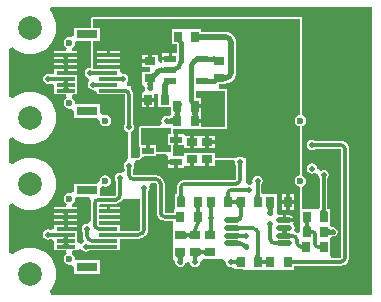
<source format=gtl>
G04*
G04 #@! TF.GenerationSoftware,Altium Limited,Altium Designer,18.1.7 (191)*
G04*
G04 Layer_Physical_Order=1*
G04 Layer_Color=255*
%FSLAX24Y24*%
%MOIN*%
G70*
G01*
G75*
%ADD24C,0.0236*%
%ADD26C,0.0150*%
%ADD27C,0.0120*%
%ADD28C,0.0200*%
%ADD29R,0.0264X0.0354*%
%ADD30R,0.0276X0.0374*%
%ADD31R,0.0709X0.0315*%
%ADD32R,0.0630X0.0118*%
%ADD33R,0.0354X0.0264*%
%ADD34R,0.0374X0.0276*%
%ADD35R,0.0413X0.0236*%
%ADD36O,0.0531X0.0197*%
%ADD37R,0.0394X0.0236*%
%ADD38C,0.0787*%
%ADD39C,0.0200*%
G36*
X20800Y10850D02*
X10100D01*
X10049Y10970D01*
X10127Y11064D01*
X10208Y11215D01*
X10257Y11379D01*
X10274Y11550D01*
X10257Y11721D01*
X10208Y11885D01*
X10127Y12036D01*
X10018Y12168D01*
X9886Y12277D01*
X9735Y12358D01*
X9571Y12407D01*
X9400Y12424D01*
X9229Y12407D01*
X9065Y12358D01*
X8914Y12277D01*
X8820Y12199D01*
X8700Y12250D01*
Y13850D01*
X8820Y13901D01*
X8914Y13823D01*
X9065Y13742D01*
X9229Y13693D01*
X9400Y13676D01*
X9571Y13693D01*
X9735Y13742D01*
X9886Y13823D01*
X10018Y13932D01*
X10127Y14064D01*
X10208Y14215D01*
X10257Y14379D01*
X10274Y14550D01*
X10257Y14721D01*
X10208Y14885D01*
X10127Y15036D01*
X10018Y15168D01*
X9886Y15277D01*
X9735Y15358D01*
X9571Y15407D01*
X9400Y15424D01*
X9229Y15407D01*
X9065Y15358D01*
X8914Y15277D01*
X8820Y15199D01*
X8700Y15250D01*
Y16050D01*
X8820Y16101D01*
X8914Y16023D01*
X9065Y15942D01*
X9229Y15893D01*
X9400Y15876D01*
X9571Y15893D01*
X9735Y15942D01*
X9886Y16023D01*
X10018Y16132D01*
X10127Y16264D01*
X10208Y16415D01*
X10257Y16579D01*
X10274Y16750D01*
X10257Y16921D01*
X10208Y17085D01*
X10127Y17236D01*
X10018Y17368D01*
X9886Y17477D01*
X9735Y17558D01*
X9571Y17607D01*
X9400Y17624D01*
X9229Y17607D01*
X9065Y17558D01*
X8914Y17477D01*
X8820Y17399D01*
X8700Y17450D01*
Y19050D01*
X8820Y19101D01*
X8914Y19023D01*
X9065Y18942D01*
X9229Y18893D01*
X9400Y18876D01*
X9571Y18893D01*
X9735Y18942D01*
X9886Y19023D01*
X10018Y19132D01*
X10127Y19264D01*
X10208Y19415D01*
X10257Y19579D01*
X10274Y19750D01*
X10257Y19921D01*
X10208Y20085D01*
X10127Y20236D01*
X10049Y20330D01*
X10100Y20450D01*
X20800D01*
Y10850D01*
D02*
G37*
%LPC*%
G36*
X18400Y20121D02*
X11500D01*
X11473Y20116D01*
X11450Y20100D01*
X11434Y20077D01*
X11429Y20050D01*
Y19757D01*
X10876D01*
Y19513D01*
X10843Y19485D01*
X10756Y19437D01*
X10709Y19446D01*
X10636Y19431D01*
X10574Y19390D01*
X10532Y19327D01*
X10518Y19254D01*
X10532Y19181D01*
X10574Y19118D01*
X10615Y19091D01*
X10592Y18978D01*
X10590Y18973D01*
X10574Y18970D01*
X10206D01*
Y18901D01*
X10591D01*
X10976D01*
Y18970D01*
X10822D01*
X10810Y19004D01*
X10802Y19090D01*
X10845Y19118D01*
X10887Y19181D01*
X10897Y19233D01*
X10901Y19254D01*
X10941Y19302D01*
X10981D01*
X11429D01*
Y18447D01*
X11400Y18423D01*
X11334Y18410D01*
X11277Y18373D01*
X11240Y18316D01*
X11227Y18250D01*
X11240Y18184D01*
X11277Y18127D01*
X11334Y18090D01*
X11348Y18053D01*
X11366Y17961D01*
X11340Y17923D01*
X11327Y17856D01*
X11340Y17790D01*
X11377Y17734D01*
X11434Y17696D01*
X11500Y17683D01*
X11504Y17684D01*
X11618Y17605D01*
X11624Y17595D01*
Y17530D01*
X11991D01*
X12009Y17527D01*
X12550D01*
Y17526D01*
X12561Y17521D01*
X12566Y17509D01*
X12567D01*
Y16560D01*
X12567Y16557D01*
X12540Y16516D01*
X12527Y16450D01*
X12540Y16384D01*
X12577Y16327D01*
X12634Y16290D01*
X12679Y16281D01*
Y15400D01*
X12634Y15310D01*
X12577Y15273D01*
X12540Y15216D01*
X12527Y15150D01*
X12540Y15084D01*
X12567Y15043D01*
X12567Y15035D01*
Y14987D01*
X12510Y14943D01*
X12447Y14914D01*
X12400Y14923D01*
X12334Y14910D01*
X12277Y14873D01*
X12240Y14816D01*
X12227Y14750D01*
X12240Y14684D01*
X12267Y14643D01*
X12267Y14635D01*
Y14175D01*
X12266D01*
X12261Y14164D01*
X12250Y14159D01*
Y14158D01*
X11724D01*
Y14399D01*
X11833Y14467D01*
X11844Y14467D01*
X11909Y14454D01*
X11983Y14469D01*
X12045Y14510D01*
X12087Y14573D01*
X12101Y14646D01*
X12087Y14719D01*
X12045Y14782D01*
X11983Y14823D01*
X11909Y14838D01*
X11836Y14823D01*
X11774Y14782D01*
X11732Y14719D01*
X11724Y14677D01*
X11718Y14646D01*
X11613Y14557D01*
X10876D01*
Y14313D01*
X10843Y14285D01*
X10756Y14237D01*
X10709Y14246D01*
X10636Y14231D01*
X10574Y14190D01*
X10532Y14127D01*
X10518Y14054D01*
X10532Y13981D01*
X10574Y13918D01*
X10615Y13891D01*
X10592Y13778D01*
X10590Y13773D01*
X10574Y13770D01*
X10206D01*
Y13701D01*
X10591D01*
X10976D01*
Y13770D01*
X10822D01*
X10810Y13804D01*
X10802Y13890D01*
X10845Y13918D01*
X10887Y13981D01*
X10897Y14033D01*
X10901Y14054D01*
X10941Y14102D01*
X10981D01*
X11370D01*
X11398Y14074D01*
X11441Y13982D01*
X11427Y13948D01*
X11418Y13877D01*
X11417Y13875D01*
Y13313D01*
X11415Y13307D01*
X11300Y13223D01*
X11234Y13210D01*
X11177Y13173D01*
X11140Y13116D01*
X11127Y13050D01*
X11140Y12984D01*
X11167Y12943D01*
X11167Y12935D01*
Y12806D01*
X11168Y12804D01*
X11177Y12733D01*
X11182Y12641D01*
X11127Y12582D01*
X11094Y12532D01*
X11086Y12532D01*
X10976Y12596D01*
Y12921D01*
Y12990D01*
X10591D01*
Y13069D01*
X10531D01*
X10531Y13092D01*
X10529Y13107D01*
X10471D01*
X10483Y13108D01*
X10493Y13111D01*
X10502Y13118D01*
X10510Y13126D01*
X10516Y13137D01*
X10521Y13148D01*
X10516Y13160D01*
X10510Y13171D01*
X10502Y13179D01*
X10493Y13185D01*
X10489Y13187D01*
X10206D01*
Y13059D01*
X10175Y13034D01*
X10086Y13003D01*
X10066Y13017D01*
X10000Y13030D01*
X9934Y13017D01*
X9877Y12979D01*
X9840Y12923D01*
X9827Y12857D01*
X9840Y12790D01*
X9877Y12734D01*
X9934Y12697D01*
X10000Y12683D01*
X10066Y12697D01*
X10086Y12710D01*
X10148Y12693D01*
X10206Y12659D01*
Y12330D01*
X10574D01*
X10590Y12327D01*
X10592Y12322D01*
X10615Y12209D01*
X10574Y12182D01*
X10532Y12119D01*
X10518Y12046D01*
X10532Y11973D01*
X10574Y11910D01*
X10636Y11869D01*
X10709Y11854D01*
X10756Y11863D01*
X10843Y11815D01*
X10876Y11787D01*
Y11543D01*
X11724D01*
Y11998D01*
X10941D01*
X10901Y12046D01*
X10897Y12067D01*
X10887Y12119D01*
X10845Y12182D01*
X10802Y12210D01*
X10810Y12296D01*
X10822Y12330D01*
X10976D01*
Y12330D01*
X11088Y12384D01*
X11096Y12383D01*
X11127Y12337D01*
X11184Y12299D01*
X11250Y12286D01*
X11316Y12299D01*
X11357Y12326D01*
X11365Y12327D01*
X12009D01*
X12026Y12330D01*
X12394D01*
Y12721D01*
X13009D01*
Y12720D01*
X13095Y12732D01*
X13120Y12742D01*
X13175Y12765D01*
X13244Y12818D01*
X13297Y12887D01*
X13320Y12942D01*
X13330Y12967D01*
X13342Y13053D01*
X13341D01*
Y14290D01*
X13341Y14293D01*
X13369Y14334D01*
X13382Y14400D01*
X13373Y14447D01*
X13402Y14510D01*
X13446Y14567D01*
X13600D01*
Y14566D01*
X13611Y14561D01*
X13616Y14550D01*
X13617D01*
Y13600D01*
X13618Y13598D01*
X13627Y13527D01*
X13655Y13459D01*
X13700Y13400D01*
X13759Y13355D01*
X13827Y13327D01*
X13898Y13318D01*
X13900Y13317D01*
X14156D01*
Y13032D01*
X14156Y12052D01*
X14156D01*
X14230Y11950D01*
X14243Y11884D01*
X14281Y11827D01*
X14337Y11790D01*
X14403Y11777D01*
X14469Y11790D01*
X14526Y11827D01*
X14563Y11884D01*
X14572Y11926D01*
X14652Y11955D01*
X14731Y11926D01*
X14740Y11884D01*
X14777Y11827D01*
X14834Y11790D01*
X14900Y11777D01*
X14966Y11790D01*
X15023Y11827D01*
X15060Y11884D01*
X15073Y11950D01*
X15170Y12052D01*
X15830D01*
X15927Y11950D01*
X15940Y11884D01*
X15977Y11827D01*
X16034Y11790D01*
X16100Y11777D01*
X16218Y11703D01*
Y11703D01*
X16500D01*
Y11693D01*
X17663Y11693D01*
X17783Y11693D01*
X17885Y11693D01*
X18198D01*
Y11814D01*
X18200Y11815D01*
X18212Y11817D01*
X18220Y11817D01*
X19750D01*
X19752Y11818D01*
X19823Y11827D01*
X19891Y11855D01*
X19950Y11900D01*
X19995Y11959D01*
X20023Y12027D01*
X20032Y12098D01*
X20033Y12100D01*
Y15697D01*
X20032Y15699D01*
X20023Y15770D01*
X19995Y15838D01*
X19950Y15897D01*
X19891Y15941D01*
X19823Y15970D01*
X19752Y15979D01*
X19750Y15979D01*
X18910D01*
X18907Y15980D01*
X18866Y16007D01*
X18800Y16020D01*
X18734Y16007D01*
X18677Y15969D01*
X18640Y15913D01*
X18627Y15847D01*
X18640Y15781D01*
X18677Y15724D01*
X18734Y15687D01*
X18800Y15674D01*
X18866Y15687D01*
X18907Y15714D01*
X18915Y15714D01*
X19750D01*
Y15713D01*
X19761Y15708D01*
X19766Y15697D01*
X19767D01*
Y12100D01*
X19766D01*
X19761Y12089D01*
X19750Y12084D01*
Y12083D01*
X19419D01*
X19398Y12194D01*
X19398Y12203D01*
Y12708D01*
X19460Y12802D01*
X19500D01*
X19557Y12813D01*
X19605Y12845D01*
X19637Y12893D01*
X19648Y12950D01*
X19637Y13007D01*
X19605Y13055D01*
X19557Y13087D01*
X19500Y13098D01*
X19427D01*
X19419Y13099D01*
X19386Y13193D01*
X19384Y13198D01*
X19383Y13210D01*
X19382Y13216D01*
X19382Y13315D01*
Y13698D01*
X19316D01*
X19316Y13700D01*
X19314Y13712D01*
X19313Y13720D01*
Y14740D01*
X19313Y14743D01*
X19341Y14784D01*
X19354Y14850D01*
X19341Y14916D01*
X19303Y14973D01*
X19247Y15010D01*
X19181Y15023D01*
X19114Y15010D01*
X19082Y14988D01*
X18993Y15029D01*
X18971Y15048D01*
X18973Y15059D01*
X18960Y15126D01*
X18923Y15182D01*
X18866Y15220D01*
X18800Y15233D01*
X18734Y15220D01*
X18677Y15182D01*
X18640Y15126D01*
X18627Y15059D01*
X18640Y14993D01*
X18677Y14937D01*
X18734Y14899D01*
X18800Y14886D01*
X18866Y14899D01*
X18899Y14921D01*
X18987Y14881D01*
X19009Y14862D01*
X19007Y14850D01*
X19020Y14784D01*
X19047Y14743D01*
X19048Y14735D01*
Y13789D01*
X18986Y13708D01*
X18940Y13699D01*
X18821Y13698D01*
Y13698D01*
X18471D01*
Y14456D01*
X18483Y14469D01*
X18545Y14510D01*
X18587Y14573D01*
X18601Y14646D01*
X18587Y14719D01*
X18545Y14782D01*
X18483Y14823D01*
X18471Y14836D01*
Y16464D01*
X18483Y16477D01*
X18545Y16518D01*
X18587Y16581D01*
X18601Y16654D01*
X18587Y16727D01*
X18545Y16790D01*
X18483Y16831D01*
X18471Y16844D01*
Y20050D01*
X18466Y20077D01*
X18450Y20100D01*
X18427Y20116D01*
X18400Y20121D01*
D02*
G37*
G36*
X10976Y18781D02*
X10694D01*
X10690Y18779D01*
X10681Y18773D01*
X10673Y18765D01*
X10666Y18754D01*
X10662Y18742D01*
X10666Y18731D01*
X10673Y18720D01*
X10681Y18711D01*
X10690Y18705D01*
X10694Y18704D01*
X10976D01*
Y18781D01*
D02*
G37*
G36*
X10489D02*
X10206D01*
Y18712D01*
Y18704D01*
X10489D01*
X10493Y18705D01*
X10502Y18711D01*
X10510Y18720D01*
X10516Y18731D01*
X10521Y18742D01*
X10516Y18754D01*
X10510Y18765D01*
X10502Y18773D01*
X10493Y18779D01*
X10489Y18781D01*
D02*
G37*
G36*
X10976Y18584D02*
X10694D01*
X10690Y18582D01*
X10681Y18576D01*
X10673Y18568D01*
X10666Y18557D01*
X10662Y18545D01*
X10666Y18534D01*
X10673Y18523D01*
X10681Y18514D01*
X10690Y18508D01*
X10694Y18507D01*
X10976D01*
Y18515D01*
Y18584D01*
D02*
G37*
G36*
X10489D02*
X10206D01*
Y18507D01*
X10489D01*
X10493Y18508D01*
X10502Y18514D01*
X10510Y18523D01*
X10516Y18534D01*
X10521Y18545D01*
X10516Y18557D01*
X10510Y18568D01*
X10502Y18576D01*
X10493Y18582D01*
X10489Y18584D01*
D02*
G37*
G36*
X10976Y18387D02*
X10694D01*
X10690Y18385D01*
X10681Y18379D01*
X10673Y18371D01*
X10666Y18360D01*
X10662Y18348D01*
X10666Y18337D01*
X10673Y18326D01*
X10681Y18318D01*
X10690Y18312D01*
X10694Y18310D01*
X10976D01*
Y18387D01*
D02*
G37*
G36*
X10489D02*
X10206D01*
Y18248D01*
X10166Y18223D01*
X10086Y18199D01*
X10070Y18210D01*
X10004Y18223D01*
X9937Y18210D01*
X9881Y18173D01*
X9843Y18116D01*
X9830Y18050D01*
X9843Y17984D01*
X9881Y17927D01*
X9937Y17890D01*
X10004Y17877D01*
X10070Y17890D01*
X10086Y17901D01*
X10171Y17870D01*
X10206Y17839D01*
Y17530D01*
X10574D01*
X10590Y17527D01*
X10592Y17522D01*
X10615Y17409D01*
X10574Y17382D01*
X10532Y17319D01*
X10518Y17246D01*
X10532Y17173D01*
X10574Y17110D01*
X10636Y17069D01*
X10709Y17054D01*
X10756Y17063D01*
X10843Y17015D01*
X10876Y16987D01*
Y16743D01*
X11613D01*
X11718Y16654D01*
X11732Y16581D01*
X11774Y16518D01*
X11836Y16477D01*
X11909Y16462D01*
X11983Y16477D01*
X12045Y16518D01*
X12087Y16581D01*
X12101Y16654D01*
X12087Y16727D01*
X12045Y16790D01*
X11983Y16831D01*
X11909Y16846D01*
X11844Y16833D01*
X11833Y16833D01*
X11724Y16901D01*
Y17198D01*
X10941D01*
X10901Y17246D01*
X10897Y17267D01*
X10887Y17319D01*
X10845Y17382D01*
X10802Y17410D01*
X10810Y17496D01*
X10822Y17530D01*
X10976D01*
Y17727D01*
Y18121D01*
Y18190D01*
X10591D01*
Y18269D01*
X10531D01*
X10531Y18292D01*
X10529Y18307D01*
X10471D01*
X10483Y18308D01*
X10493Y18312D01*
X10502Y18318D01*
X10510Y18326D01*
X10516Y18337D01*
X10521Y18348D01*
X10516Y18360D01*
X10510Y18371D01*
X10502Y18379D01*
X10493Y18385D01*
X10489Y18387D01*
D02*
G37*
G36*
X10976Y13581D02*
X10694D01*
X10690Y13579D01*
X10681Y13573D01*
X10673Y13565D01*
X10666Y13554D01*
X10662Y13542D01*
X10666Y13531D01*
X10673Y13520D01*
X10681Y13511D01*
X10690Y13505D01*
X10694Y13504D01*
X10976D01*
Y13581D01*
D02*
G37*
G36*
X10489D02*
X10206D01*
Y13512D01*
Y13504D01*
X10489D01*
X10493Y13505D01*
X10502Y13511D01*
X10510Y13520D01*
X10516Y13531D01*
X10521Y13542D01*
X10516Y13554D01*
X10510Y13565D01*
X10502Y13573D01*
X10493Y13579D01*
X10489Y13581D01*
D02*
G37*
G36*
X10976Y13384D02*
X10694D01*
X10690Y13382D01*
X10681Y13376D01*
X10673Y13368D01*
X10666Y13357D01*
X10662Y13345D01*
X10666Y13334D01*
X10673Y13323D01*
X10681Y13314D01*
X10690Y13308D01*
X10694Y13307D01*
X10976D01*
Y13315D01*
Y13384D01*
D02*
G37*
G36*
X10489D02*
X10206D01*
Y13307D01*
X10489D01*
X10493Y13308D01*
X10502Y13314D01*
X10510Y13323D01*
X10516Y13334D01*
X10521Y13345D01*
X10516Y13357D01*
X10510Y13368D01*
X10502Y13376D01*
X10493Y13382D01*
X10489Y13384D01*
D02*
G37*
G36*
X10976Y13187D02*
X10694D01*
X10690Y13185D01*
X10681Y13179D01*
X10673Y13171D01*
X10666Y13160D01*
X10662Y13148D01*
X10666Y13137D01*
X10673Y13126D01*
X10681Y13118D01*
X10690Y13111D01*
X10694Y13110D01*
X10976D01*
Y13187D01*
D02*
G37*
%LPD*%
G36*
X11474Y18318D02*
X11477Y18316D01*
X11482Y18315D01*
X11487Y18314D01*
X11493Y18312D01*
X11509Y18311D01*
X11529Y18310D01*
X11540Y18310D01*
Y18190D01*
X11529Y18190D01*
X11493Y18188D01*
X11487Y18186D01*
X11482Y18185D01*
X11477Y18184D01*
X11474Y18182D01*
X11471Y18180D01*
Y18320D01*
X11474Y18318D01*
D02*
G37*
G36*
X12429Y17983D02*
X12426Y17985D01*
X12423Y17987D01*
X12418Y17988D01*
X12413Y17990D01*
X12407Y17991D01*
X12391Y17992D01*
X12371Y17993D01*
X12360Y17993D01*
Y18113D01*
X12371Y18113D01*
X12407Y18116D01*
X12413Y18117D01*
X12418Y18118D01*
X12423Y18120D01*
X12426Y18121D01*
X12429Y18123D01*
Y17983D01*
D02*
G37*
G36*
X11574Y17924D02*
X11577Y17923D01*
X11582Y17921D01*
X11587Y17920D01*
X11593Y17919D01*
X11609Y17917D01*
X11629Y17916D01*
X11640Y17916D01*
Y17796D01*
X11629Y17796D01*
X11593Y17794D01*
X11587Y17793D01*
X11582Y17791D01*
X11577Y17790D01*
X11574Y17788D01*
X11571Y17786D01*
Y17926D01*
X11574Y17924D01*
D02*
G37*
G36*
X13536Y17923D02*
X13523Y17918D01*
X13512Y17911D01*
X13502Y17900D01*
X13494Y17886D01*
X13487Y17870D01*
X13482Y17850D01*
X13478Y17827D01*
X13476Y17802D01*
X13475Y17773D01*
X13325D01*
X13324Y17802D01*
X13322Y17827D01*
X13318Y17850D01*
X13313Y17870D01*
X13306Y17886D01*
X13298Y17900D01*
X13288Y17911D01*
X13277Y17918D01*
X13264Y17923D01*
X13250Y17924D01*
X13550D01*
X13536Y17923D01*
D02*
G37*
G36*
X14966Y16964D02*
X15027D01*
X15015Y16963D01*
X15005Y16958D01*
X14996Y16951D01*
X14988Y16940D01*
X14981Y16927D01*
X14975Y16910D01*
X14973Y16900D01*
X14975Y16890D01*
X14981Y16873D01*
X14988Y16860D01*
X14996Y16849D01*
X15005Y16842D01*
X15015Y16837D01*
X15027Y16836D01*
X14966D01*
X14965Y16814D01*
X14815D01*
X14815Y16836D01*
X14754D01*
X14765Y16837D01*
X14776Y16842D01*
X14785Y16849D01*
X14793Y16860D01*
X14800Y16873D01*
X14806Y16890D01*
X14808Y16900D01*
X14806Y16910D01*
X14800Y16927D01*
X14793Y16940D01*
X14785Y16951D01*
X14776Y16958D01*
X14765Y16963D01*
X14754Y16964D01*
X14815D01*
X14815Y16986D01*
X14965D01*
X14966Y16964D01*
D02*
G37*
G36*
X14385D02*
X14446D01*
X14435Y16963D01*
X14424Y16958D01*
X14415Y16951D01*
X14407Y16940D01*
X14400Y16927D01*
X14394Y16910D01*
X14392Y16900D01*
X14394Y16890D01*
X14400Y16873D01*
X14407Y16860D01*
X14415Y16849D01*
X14424Y16842D01*
X14435Y16837D01*
X14446Y16836D01*
X14385D01*
X14385Y16814D01*
X14235D01*
X14234Y16836D01*
X14173D01*
X14185Y16837D01*
X14195Y16842D01*
X14204Y16849D01*
X14212Y16860D01*
X14219Y16873D01*
X14225Y16890D01*
X14227Y16900D01*
X14225Y16910D01*
X14219Y16927D01*
X14212Y16940D01*
X14204Y16951D01*
X14195Y16958D01*
X14185Y16963D01*
X14173Y16964D01*
X14234D01*
X14235Y16986D01*
X14385D01*
X14385Y16964D01*
D02*
G37*
G36*
X12760Y16579D02*
X12763Y16543D01*
X12764Y16537D01*
X12765Y16532D01*
X12766Y16527D01*
X12768Y16524D01*
X12770Y16521D01*
X12630D01*
X12632Y16524D01*
X12634Y16527D01*
X12635Y16532D01*
X12636Y16537D01*
X12637Y16543D01*
X12639Y16559D01*
X12640Y16579D01*
X12640Y16590D01*
X12760D01*
X12760Y16579D01*
D02*
G37*
G36*
X14174Y16500D02*
X14173Y16514D01*
X14168Y16527D01*
X14161Y16538D01*
X14150Y16548D01*
X14136Y16556D01*
X14120Y16563D01*
X14100Y16568D01*
X14077Y16572D01*
X14052Y16574D01*
X14023Y16575D01*
Y16725D01*
X14052Y16726D01*
X14077Y16728D01*
X14100Y16732D01*
X14120Y16737D01*
X14136Y16744D01*
X14150Y16752D01*
X14161Y16762D01*
X14168Y16773D01*
X14173Y16786D01*
X14174Y16800D01*
Y16500D01*
D02*
G37*
G36*
X15900Y16450D02*
X15098D01*
Y16590D01*
X14890D01*
Y16710D01*
X15098D01*
Y16835D01*
X15098Y16836D01*
X15098Y16837D01*
Y16963D01*
X15098Y16964D01*
X15098Y16965D01*
Y17090D01*
X14890D01*
Y17210D01*
X15098D01*
Y17407D01*
X14967D01*
X14918Y17415D01*
Y17650D01*
X15900D01*
Y16450D01*
D02*
G37*
G36*
X18400Y16844D02*
X18336Y16831D01*
X18274Y16790D01*
X18232Y16727D01*
X18218Y16654D01*
X18232Y16581D01*
X18274Y16518D01*
X18336Y16477D01*
X18400Y16464D01*
Y14836D01*
X18336Y14823D01*
X18274Y14782D01*
X18232Y14719D01*
X18218Y14646D01*
X18232Y14573D01*
X18274Y14510D01*
X18336Y14469D01*
X18400Y14456D01*
Y12952D01*
X18300Y12903D01*
X18282Y12917D01*
X18264Y12924D01*
X18211Y12999D01*
X18209Y13046D01*
X18215Y13078D01*
X18202Y13144D01*
X18168Y13206D01*
X18202Y13268D01*
X18203Y13274D01*
X17876D01*
Y13334D01*
X17816D01*
Y13506D01*
X17709D01*
X17618Y13587D01*
Y14175D01*
X17617D01*
Y14207D01*
X17202D01*
X17202Y14207D01*
X17113Y14234D01*
Y14540D01*
X17113Y14543D01*
X17141Y14584D01*
X17154Y14650D01*
X17141Y14716D01*
X17103Y14773D01*
X17047Y14810D01*
X16981Y14823D01*
X16914Y14810D01*
X16858Y14773D01*
X16820Y14716D01*
X16807Y14650D01*
X16818Y14594D01*
X16800Y14564D01*
X16747Y14514D01*
X16700Y14523D01*
X16600Y14599D01*
Y15400D01*
X16520D01*
X16466Y15436D01*
X16400Y15449D01*
X16334Y15436D01*
X16280Y15400D01*
X15557D01*
Y15567D01*
X15043D01*
Y15567D01*
X14546D01*
Y15561D01*
X14539Y15464D01*
X14203D01*
X14177Y15506D01*
X14160Y15564D01*
X14166Y15573D01*
X14171Y15600D01*
Y15836D01*
X14212D01*
Y16024D01*
Y16212D01*
X14171D01*
Y16393D01*
X15057D01*
X15071Y16384D01*
X15098Y16379D01*
X15900D01*
X15927Y16384D01*
X15950Y16400D01*
X15966Y16423D01*
X15971Y16450D01*
Y17650D01*
X15966Y17677D01*
X15950Y17700D01*
X15927Y17716D01*
X15900Y17721D01*
X15700D01*
Y17868D01*
X15947D01*
Y17902D01*
X15997Y17909D01*
X16087Y17946D01*
X16164Y18006D01*
X16223Y18083D01*
X16260Y18173D01*
X16273Y18267D01*
X16273Y18269D01*
Y19250D01*
X16273Y19252D01*
X16260Y19347D01*
X16223Y19437D01*
X16164Y19514D01*
X16087Y19573D01*
X15997Y19610D01*
X15902Y19623D01*
X15900Y19623D01*
X15082D01*
Y19697D01*
X14118D01*
Y19203D01*
X14282D01*
Y18912D01*
X14138D01*
Y18724D01*
X14078D01*
Y18664D01*
X13802D01*
Y18589D01*
X13798Y18585D01*
X13755Y18573D01*
X13657Y18648D01*
Y18848D01*
X13460D01*
Y18640D01*
X13400D01*
Y18580D01*
X13143D01*
Y18433D01*
X13400D01*
Y18269D01*
X13399Y18267D01*
X13143D01*
Y17852D01*
X13152D01*
X13227Y17752D01*
X13227Y17750D01*
X13238Y17693D01*
X13235Y17677D01*
X13180Y17593D01*
X13118D01*
Y17406D01*
X13319D01*
X13521D01*
Y17550D01*
X13679D01*
Y17099D01*
X14082D01*
X14102Y17007D01*
Y16965D01*
X14102Y16964D01*
X14102Y16963D01*
Y16864D01*
X14034Y16821D01*
X14030Y16819D01*
X14002Y16813D01*
X13950Y16823D01*
X13884Y16810D01*
X13827Y16773D01*
X13790Y16716D01*
X13777Y16650D01*
X13790Y16584D01*
X13798Y16571D01*
X13745Y16471D01*
X13095Y16471D01*
X13068Y16466D01*
X13044Y16450D01*
X13029Y16427D01*
X13023Y16400D01*
Y15838D01*
X13029Y15811D01*
X13044Y15788D01*
X13061Y15777D01*
Y15500D01*
X13061Y15462D01*
X12986Y15400D01*
X12750D01*
Y16287D01*
X12766Y16290D01*
X12823Y16327D01*
X12860Y16384D01*
X12873Y16450D01*
X12860Y16516D01*
X12833Y16557D01*
X12833Y16565D01*
Y17509D01*
X12832Y17511D01*
X12823Y17583D01*
X12795Y17651D01*
X12750Y17709D01*
Y17800D01*
X12648D01*
X12634Y17818D01*
X12623Y17931D01*
X12660Y17987D01*
X12673Y18053D01*
X12660Y18119D01*
X12623Y18176D01*
X12566Y18213D01*
X12500Y18226D01*
X12494Y18225D01*
X12394Y18298D01*
Y18387D01*
X12009D01*
X11624D01*
Y18383D01*
X11510D01*
X11507Y18383D01*
X11500Y18388D01*
Y19302D01*
X11724D01*
Y19757D01*
X11500D01*
Y20050D01*
X18400D01*
Y16844D01*
D02*
G37*
G36*
X18874Y15915D02*
X18877Y15913D01*
X18882Y15912D01*
X18887Y15910D01*
X18893Y15909D01*
X18909Y15908D01*
X18929Y15907D01*
X18940Y15907D01*
Y15787D01*
X18929Y15787D01*
X18893Y15784D01*
X18887Y15783D01*
X18882Y15782D01*
X18877Y15780D01*
X18874Y15779D01*
X18871Y15777D01*
Y15917D01*
X18874Y15915D01*
D02*
G37*
G36*
X14100Y16400D02*
Y16212D01*
X14006D01*
Y15836D01*
X14100D01*
Y15600D01*
X13594Y15600D01*
Y15838D01*
X13388D01*
Y15650D01*
X13268D01*
Y15838D01*
X13095D01*
Y16400D01*
X14100Y16400D01*
D02*
G37*
G36*
X16468Y15202D02*
X16466Y15199D01*
X16465Y15194D01*
X16464Y15189D01*
X16463Y15183D01*
X16461Y15167D01*
X16460Y15147D01*
X16460Y15136D01*
X16340D01*
X16340Y15147D01*
X16337Y15183D01*
X16336Y15189D01*
X16335Y15194D01*
X16334Y15199D01*
X16332Y15202D01*
X16330Y15205D01*
X16470D01*
X16468Y15202D01*
D02*
G37*
G36*
X12768Y15076D02*
X12766Y15073D01*
X12765Y15068D01*
X12764Y15063D01*
X12763Y15057D01*
X12761Y15041D01*
X12760Y15021D01*
X12760Y15010D01*
X12640D01*
X12640Y15021D01*
X12637Y15057D01*
X12636Y15063D01*
X12635Y15068D01*
X12634Y15073D01*
X12632Y15076D01*
X12630Y15079D01*
X12770D01*
X12768Y15076D01*
D02*
G37*
G36*
X19249Y14776D02*
X19247Y14773D01*
X19245Y14768D01*
X19244Y14763D01*
X19243Y14757D01*
X19241Y14741D01*
X19241Y14721D01*
X19241Y14710D01*
X19121D01*
X19120Y14721D01*
X19118Y14757D01*
X19117Y14763D01*
X19116Y14768D01*
X19114Y14773D01*
X19112Y14776D01*
X19111Y14779D01*
X19251D01*
X19249Y14776D01*
D02*
G37*
G36*
X12468Y14676D02*
X12466Y14673D01*
X12465Y14668D01*
X12464Y14663D01*
X12463Y14657D01*
X12461Y14641D01*
X12460Y14621D01*
X12460Y14610D01*
X12340D01*
X12340Y14621D01*
X12337Y14657D01*
X12336Y14663D01*
X12335Y14668D01*
X12334Y14673D01*
X12332Y14676D01*
X12330Y14679D01*
X12470D01*
X12468Y14676D01*
D02*
G37*
G36*
X17049Y14576D02*
X17047Y14573D01*
X17045Y14568D01*
X17044Y14563D01*
X17043Y14557D01*
X17041Y14541D01*
X17041Y14521D01*
X17041Y14510D01*
X16921D01*
X16920Y14521D01*
X16918Y14557D01*
X16917Y14563D01*
X16916Y14568D01*
X16914Y14573D01*
X16912Y14576D01*
X16911Y14579D01*
X17051D01*
X17049Y14576D01*
D02*
G37*
G36*
X16629Y14280D02*
X16626Y14282D01*
X16623Y14284D01*
X16618Y14285D01*
X16613Y14286D01*
X16607Y14288D01*
X16591Y14289D01*
X16571Y14290D01*
X16560Y14290D01*
Y14410D01*
X16571Y14410D01*
X16607Y14412D01*
X16613Y14414D01*
X16618Y14415D01*
X16623Y14416D01*
X16626Y14418D01*
X16629Y14420D01*
Y14280D01*
D02*
G37*
G36*
X13277Y14326D02*
X13275Y14323D01*
X13274Y14318D01*
X13272Y14313D01*
X13271Y14307D01*
X13270Y14291D01*
X13269Y14271D01*
X13269Y14260D01*
X13149D01*
X13149Y14271D01*
X13146Y14307D01*
X13145Y14313D01*
X13144Y14318D01*
X13142Y14323D01*
X13141Y14326D01*
X13139Y14329D01*
X13279D01*
X13277Y14326D01*
D02*
G37*
G36*
X17041Y14223D02*
X17043Y14202D01*
X17046Y14184D01*
X17050Y14168D01*
X17056Y14155D01*
X17062Y14144D01*
X17070Y14136D01*
X17079Y14130D01*
X17089Y14126D01*
X17101Y14125D01*
X16861D01*
X16872Y14126D01*
X16882Y14130D01*
X16891Y14136D01*
X16899Y14144D01*
X16906Y14155D01*
X16911Y14168D01*
X16915Y14184D01*
X16918Y14202D01*
X16920Y14223D01*
X16921Y14246D01*
X17041D01*
X17041Y14223D01*
D02*
G37*
G36*
X16041Y14186D02*
X16044Y14144D01*
X16046Y14137D01*
X16047Y14132D01*
X16049Y14128D01*
X16052Y14126D01*
X16055Y14125D01*
X15906D01*
X15909Y14126D01*
X15912Y14128D01*
X15914Y14132D01*
X15915Y14137D01*
X15917Y14144D01*
X15918Y14152D01*
X15920Y14173D01*
X15921Y14200D01*
X16041D01*
X16041Y14186D01*
D02*
G37*
G36*
X14480Y14223D02*
X14482Y14202D01*
X14485Y14184D01*
X14489Y14168D01*
X14494Y14155D01*
X14501Y14144D01*
X14509Y14136D01*
X14518Y14130D01*
X14528Y14126D01*
X14539Y14125D01*
X14299D01*
X14311Y14126D01*
X14321Y14130D01*
X14330Y14136D01*
X14338Y14144D01*
X14344Y14155D01*
X14350Y14168D01*
X14354Y14184D01*
X14357Y14202D01*
X14359Y14223D01*
X14359Y14246D01*
X14479D01*
X14480Y14223D01*
D02*
G37*
G36*
X16289Y13830D02*
X16288Y13841D01*
X16284Y13852D01*
X16278Y13861D01*
X16270Y13868D01*
X16259Y13875D01*
X16246Y13880D01*
X16230Y13885D01*
X16212Y13888D01*
X16200Y13889D01*
X16188Y13888D01*
X16170Y13885D01*
X16154Y13880D01*
X16141Y13875D01*
X16130Y13868D01*
X16122Y13861D01*
X16116Y13852D01*
X16112Y13841D01*
X16111Y13830D01*
Y14070D01*
X16112Y14059D01*
X16116Y14048D01*
X16122Y14039D01*
X16130Y14032D01*
X16141Y14025D01*
X16154Y14020D01*
X16170Y14015D01*
X16188Y14012D01*
X16200Y14011D01*
X16212Y14012D01*
X16230Y14015D01*
X16246Y14020D01*
X16259Y14025D01*
X16270Y14032D01*
X16278Y14039D01*
X16284Y14048D01*
X16288Y14059D01*
X16289Y14070D01*
Y13830D01*
D02*
G37*
G36*
X16528Y13774D02*
X16518Y13770D01*
X16509Y13764D01*
X16501Y13756D01*
X16494Y13745D01*
X16489Y13732D01*
X16485Y13716D01*
X16482Y13698D01*
X16480Y13677D01*
X16479Y13654D01*
X16359D01*
X16359Y13677D01*
X16357Y13698D01*
X16354Y13716D01*
X16350Y13732D01*
X16344Y13745D01*
X16338Y13756D01*
X16330Y13764D01*
X16321Y13770D01*
X16311Y13774D01*
X16299Y13775D01*
X16539D01*
X16528Y13774D01*
D02*
G37*
G36*
X15528D02*
X15518Y13770D01*
X15509Y13764D01*
X15501Y13756D01*
X15494Y13745D01*
X15489Y13732D01*
X15485Y13716D01*
X15482Y13698D01*
X15480Y13677D01*
X15479Y13654D01*
X15359D01*
X15359Y13677D01*
X15357Y13698D01*
X15354Y13716D01*
X15350Y13732D01*
X15344Y13745D01*
X15338Y13756D01*
X15330Y13764D01*
X15321Y13770D01*
X15311Y13774D01*
X15299Y13775D01*
X15539D01*
X15528Y13774D01*
D02*
G37*
G36*
X15099D02*
X15089Y13770D01*
X15080Y13764D01*
X15072Y13756D01*
X15065Y13745D01*
X15060Y13732D01*
X15056Y13716D01*
X15054Y13705D01*
X15056Y13694D01*
X15060Y13678D01*
X15065Y13665D01*
X15072Y13654D01*
X15080Y13646D01*
X15089Y13639D01*
X15099Y13636D01*
X15110Y13635D01*
X14870D01*
X14882Y13636D01*
X14892Y13639D01*
X14901Y13646D01*
X14909Y13654D01*
X14915Y13665D01*
X14921Y13678D01*
X14925Y13694D01*
X14927Y13705D01*
X14925Y13716D01*
X14921Y13732D01*
X14915Y13745D01*
X14909Y13756D01*
X14901Y13764D01*
X14892Y13770D01*
X14882Y13774D01*
X14870Y13775D01*
X15110D01*
X15099Y13774D01*
D02*
G37*
G36*
X19241Y13724D02*
X19243Y13703D01*
X19246Y13685D01*
X19250Y13669D01*
X19256Y13656D01*
X19262Y13645D01*
X19270Y13636D01*
X19279Y13630D01*
X19289Y13627D01*
X19301Y13626D01*
X19061D01*
X19072Y13627D01*
X19082Y13630D01*
X19091Y13636D01*
X19099Y13645D01*
X19106Y13656D01*
X19111Y13669D01*
X19115Y13685D01*
X19118Y13703D01*
X19120Y13724D01*
X19121Y13747D01*
X19241D01*
X19241Y13724D01*
D02*
G37*
G36*
X17533Y13763D02*
X17521Y13758D01*
X17510Y13751D01*
X17501Y13740D01*
X17493Y13727D01*
X17486Y13710D01*
X17481Y13691D01*
X17478Y13668D01*
X17476Y13643D01*
X17475Y13614D01*
X17325D01*
X17324Y13643D01*
X17320Y13691D01*
X17317Y13710D01*
X17312Y13727D01*
X17306Y13740D01*
X17300Y13751D01*
X17292Y13758D01*
X17283Y13763D01*
X17273Y13764D01*
X17546D01*
X17533Y13763D01*
D02*
G37*
G36*
X13912Y15529D02*
X14006Y15464D01*
Y15336D01*
X14272D01*
Y15276D01*
X14332D01*
Y15088D01*
X14539D01*
X14546Y15152D01*
X14743D01*
Y15360D01*
X14863D01*
Y15152D01*
X15060D01*
Y15152D01*
X15240D01*
Y15360D01*
X15360D01*
Y15152D01*
X15557D01*
Y15329D01*
X16183D01*
X16227Y15276D01*
X16240Y15210D01*
X16267Y15169D01*
X16267Y15161D01*
Y14700D01*
X16266D01*
X16261Y14689D01*
X16250Y14684D01*
Y14683D01*
X14569D01*
X14568Y14682D01*
X14496Y14673D01*
X14428Y14645D01*
X14370Y14600D01*
X14325Y14541D01*
X14297Y14473D01*
X14287Y14402D01*
X14287Y14400D01*
Y14219D01*
X14286Y14211D01*
X14284Y14199D01*
X14284Y14197D01*
X14218D01*
Y13707D01*
X14202D01*
Y13586D01*
X14200Y13585D01*
X14188Y13583D01*
X14180Y13583D01*
X13900D01*
Y13584D01*
X13889Y13589D01*
X13884Y13600D01*
X13883D01*
Y14550D01*
X13882Y14552D01*
X13873Y14623D01*
X13845Y14691D01*
X13800Y14750D01*
X13741Y14795D01*
X13673Y14823D01*
X13602Y14832D01*
X13600Y14833D01*
X12850D01*
Y14834D01*
X12839Y14839D01*
X12834Y14850D01*
X12833D01*
Y15040D01*
X12833Y15043D01*
X12860Y15084D01*
X12873Y15150D01*
X12862Y15209D01*
X12862Y15219D01*
X12929Y15329D01*
X12986D01*
X12997Y15331D01*
X13008Y15332D01*
X13010Y15333D01*
X13014Y15334D01*
X13023Y15340D01*
X13032Y15345D01*
X13106Y15407D01*
X13108Y15410D01*
X13111Y15411D01*
X13117Y15420D01*
X13124Y15429D01*
X13125Y15432D01*
X13127Y15435D01*
X13129Y15445D01*
X13132Y15455D01*
X13249Y15462D01*
X13594D01*
Y15529D01*
X13912Y15529D01*
D02*
G37*
G36*
X15480Y13529D02*
X15482Y13493D01*
X15483Y13487D01*
X15484Y13482D01*
X15486Y13477D01*
X15488Y13474D01*
X15489Y13471D01*
X15349D01*
X15351Y13474D01*
X15353Y13477D01*
X15355Y13482D01*
X15356Y13487D01*
X15357Y13493D01*
X15359Y13509D01*
X15359Y13529D01*
X15359Y13540D01*
X15479D01*
X15480Y13529D01*
D02*
G37*
G36*
X16461Y13403D02*
X16451Y13377D01*
X16431Y13337D01*
X16423Y13324D01*
X16415Y13315D01*
X16409Y13310D01*
X16403Y13310D01*
X16398Y13314D01*
X16394Y13322D01*
X16390Y13334D01*
X16272Y13432D01*
X16282Y13425D01*
X16291Y13421D01*
X16300Y13420D01*
X16309Y13422D01*
X16318Y13426D01*
X16327Y13433D01*
X16335Y13443D01*
X16344Y13456D01*
X16352Y13471D01*
X16359Y13489D01*
X16461Y13403D01*
D02*
G37*
G36*
X14274Y13330D02*
X14273Y13341D01*
X14269Y13352D01*
X14263Y13361D01*
X14255Y13368D01*
X14244Y13375D01*
X14231Y13380D01*
X14215Y13385D01*
X14197Y13388D01*
X14176Y13389D01*
X14153Y13390D01*
Y13510D01*
X14176Y13511D01*
X14197Y13512D01*
X14215Y13515D01*
X14231Y13520D01*
X14244Y13525D01*
X14255Y13532D01*
X14263Y13539D01*
X14269Y13548D01*
X14273Y13559D01*
X14274Y13570D01*
Y13330D01*
D02*
G37*
G36*
X15488Y13326D02*
X15486Y13323D01*
X15484Y13318D01*
X15483Y13313D01*
X15482Y13307D01*
X15480Y13291D01*
X15480Y13271D01*
X15479Y13260D01*
X15359D01*
X15359Y13271D01*
X15357Y13307D01*
X15356Y13313D01*
X15355Y13318D01*
X15353Y13323D01*
X15351Y13326D01*
X15349Y13329D01*
X15489D01*
X15488Y13326D01*
D02*
G37*
G36*
X18728Y13275D02*
X18718Y13271D01*
X18709Y13265D01*
X18701Y13257D01*
X18694Y13246D01*
X18689Y13232D01*
X18685Y13217D01*
X18682Y13199D01*
X18685Y13182D01*
X18689Y13166D01*
X18694Y13153D01*
X18701Y13142D01*
X18709Y13133D01*
X18718Y13127D01*
X18728Y13124D01*
X18739Y13122D01*
X18499D01*
X18511Y13124D01*
X18521Y13127D01*
X18530Y13133D01*
X18538Y13142D01*
X18544Y13153D01*
X18550Y13166D01*
X18554Y13182D01*
X18557Y13199D01*
X18554Y13217D01*
X18550Y13232D01*
X18544Y13246D01*
X18538Y13257D01*
X18530Y13265D01*
X18521Y13271D01*
X18511Y13275D01*
X18499Y13276D01*
X18739D01*
X18728Y13275D01*
D02*
G37*
G36*
X17478Y13126D02*
X17476Y13123D01*
X17475Y13118D01*
X17473Y13113D01*
X17472Y13107D01*
X17471Y13091D01*
X17470Y13071D01*
X17470Y13060D01*
X17350D01*
X17350Y13071D01*
X17347Y13107D01*
X17346Y13113D01*
X17345Y13118D01*
X17343Y13123D01*
X17342Y13126D01*
X17340Y13129D01*
X17480D01*
X17478Y13126D01*
D02*
G37*
G36*
X16339Y13164D02*
X16351Y13158D01*
X16363Y13153D01*
X16377Y13149D01*
X16393Y13146D01*
X16409Y13143D01*
X16446Y13139D01*
X16466Y13138D01*
X16488Y13138D01*
Y13018D01*
X16466Y13018D01*
X16409Y13013D01*
X16393Y13010D01*
X16377Y13007D01*
X16363Y13002D01*
X16351Y12998D01*
X16339Y12992D01*
X16329Y12986D01*
Y13170D01*
X16339Y13164D01*
D02*
G37*
G36*
X13076Y13053D02*
X13075D01*
X13070Y13028D01*
X13056Y13006D01*
X13034Y12992D01*
X13009Y12987D01*
Y12986D01*
X12394D01*
Y13187D01*
X12009D01*
Y13307D01*
X12394D01*
Y13315D01*
Y13384D01*
X12009D01*
Y13504D01*
X12394D01*
Y13581D01*
X12009D01*
Y13641D01*
X11949D01*
Y13770D01*
X11700D01*
Y13842D01*
X11749Y13892D01*
X12250D01*
X12252Y13893D01*
X12323Y13902D01*
X12391Y13930D01*
X12450Y13975D01*
X12495Y14034D01*
X12503Y14054D01*
X13076D01*
Y13053D01*
D02*
G37*
G36*
X15480Y13074D02*
X15482Y13054D01*
X15485Y13036D01*
X15489Y13020D01*
X15494Y13007D01*
X15501Y12996D01*
X15509Y12988D01*
X15518Y12982D01*
X15528Y12978D01*
X15539Y12977D01*
X15299D01*
X15311Y12978D01*
X15321Y12982D01*
X15330Y12988D01*
X15338Y12996D01*
X15344Y13007D01*
X15350Y13020D01*
X15354Y13036D01*
X15357Y13054D01*
X15359Y13074D01*
X15359Y13097D01*
X15479D01*
X15480Y13074D01*
D02*
G37*
G36*
X11368Y12976D02*
X11366Y12973D01*
X11365Y12968D01*
X11364Y12963D01*
X11363Y12957D01*
X11361Y12941D01*
X11360Y12921D01*
X11360Y12910D01*
X11240D01*
X11240Y12921D01*
X11237Y12957D01*
X11236Y12963D01*
X11235Y12968D01*
X11234Y12973D01*
X11232Y12976D01*
X11230Y12979D01*
X11370D01*
X11368Y12976D01*
D02*
G37*
G36*
X14728Y12711D02*
X14727Y12722D01*
X14724Y12732D01*
X14717Y12741D01*
X14709Y12749D01*
X14698Y12756D01*
X14685Y12761D01*
X14669Y12765D01*
X14653Y12768D01*
X14637Y12765D01*
X14622Y12761D01*
X14608Y12756D01*
X14597Y12749D01*
X14589Y12741D01*
X14583Y12732D01*
X14579Y12722D01*
X14578Y12711D01*
Y12951D01*
X14579Y12939D01*
X14583Y12929D01*
X14589Y12920D01*
X14597Y12912D01*
X14608Y12906D01*
X14622Y12900D01*
X14637Y12896D01*
X14653Y12893D01*
X14669Y12896D01*
X14685Y12900D01*
X14698Y12906D01*
X14709Y12912D01*
X14717Y12920D01*
X14724Y12929D01*
X14727Y12939D01*
X14728Y12951D01*
Y12711D01*
D02*
G37*
G36*
X17937Y13018D02*
X17938Y12998D01*
X17941Y12980D01*
X17996D01*
X17985Y12979D01*
X17974Y12975D01*
X17965Y12969D01*
X17958Y12961D01*
X17951Y12950D01*
X17958Y12939D01*
X17965Y12931D01*
X17974Y12925D01*
X17985Y12921D01*
X17996Y12920D01*
X17941D01*
X17938Y12902D01*
X17937Y12882D01*
X17936Y12859D01*
X17816D01*
X17815Y12882D01*
X17814Y12902D01*
X17811Y12920D01*
X17756D01*
X17767Y12921D01*
X17778Y12925D01*
X17787Y12931D01*
X17794Y12939D01*
X17801Y12950D01*
X17794Y12961D01*
X17787Y12969D01*
X17778Y12975D01*
X17767Y12979D01*
X17756Y12980D01*
X17811D01*
X17814Y12998D01*
X17815Y13018D01*
X17816Y13041D01*
X17936D01*
X17937Y13018D01*
D02*
G37*
G36*
X19312Y13086D02*
X19316Y13073D01*
X19324Y13062D01*
X19334Y13052D01*
X19348Y13044D01*
X19364Y13037D01*
X19384Y13032D01*
X19407Y13028D01*
X19432Y13026D01*
X19461Y13025D01*
Y12875D01*
X19432Y12874D01*
X19407Y12872D01*
X19384Y12868D01*
X19364Y12863D01*
X19348Y12856D01*
X19334Y12848D01*
X19324Y12838D01*
X19316Y12827D01*
X19312Y12814D01*
X19310Y12800D01*
Y13100D01*
X19312Y13086D01*
D02*
G37*
G36*
X10076Y12922D02*
X10080Y12920D01*
X10084Y12919D01*
X10090Y12917D01*
X10096Y12916D01*
X10103Y12915D01*
X10121Y12914D01*
X10143Y12913D01*
X10137Y12793D01*
X10126Y12793D01*
X10091Y12791D01*
X10084Y12790D01*
X10079Y12789D01*
X10075Y12787D01*
X10071Y12786D01*
X10069Y12784D01*
X10074Y12924D01*
X10076Y12922D01*
D02*
G37*
G36*
X16339Y12908D02*
X16351Y12902D01*
X16363Y12898D01*
X16377Y12893D01*
X16393Y12890D01*
X16409Y12887D01*
X16446Y12883D01*
X16466Y12882D01*
X16473Y12882D01*
X16507Y12885D01*
X16513Y12886D01*
X16518Y12887D01*
X16523Y12888D01*
X16526Y12890D01*
X16529Y12892D01*
Y12752D01*
X16526Y12754D01*
X16523Y12756D01*
X16518Y12757D01*
X16513Y12758D01*
X16507Y12760D01*
X16491Y12761D01*
X16474Y12762D01*
X16466Y12762D01*
X16409Y12757D01*
X16393Y12754D01*
X16377Y12751D01*
X16363Y12747D01*
X16351Y12742D01*
X16339Y12736D01*
X16329Y12730D01*
Y12914D01*
X16339Y12908D01*
D02*
G37*
G36*
X18115Y12892D02*
X18120Y12890D01*
X18157Y12875D01*
X18202Y12856D01*
X18293Y12817D01*
X18293Y12817D01*
X18293Y12817D01*
X18206Y12734D01*
X18192Y12740D01*
X18178Y12744D01*
X18165Y12747D01*
X18151Y12749D01*
X18139Y12749D01*
X18126Y12748D01*
X18115Y12746D01*
X18112Y12745D01*
X18103Y12742D01*
X18095Y12738D01*
X18092Y12737D01*
X18081Y12730D01*
X18113Y12892D01*
X18115Y12892D01*
D02*
G37*
G36*
X10652Y12811D02*
X10653Y12796D01*
X10711D01*
X10700Y12795D01*
X10690Y12792D01*
X10681Y12786D01*
X10673Y12777D01*
X10666Y12766D01*
X10662Y12755D01*
X10666Y12743D01*
X10673Y12732D01*
X10681Y12724D01*
X10690Y12718D01*
X10700Y12714D01*
X10711Y12713D01*
X10653D01*
X10652Y12698D01*
X10651Y12675D01*
X10531D01*
X10531Y12698D01*
X10529Y12713D01*
X10471D01*
X10483Y12714D01*
X10493Y12718D01*
X10502Y12724D01*
X10510Y12732D01*
X10516Y12743D01*
X10521Y12755D01*
X10516Y12766D01*
X10510Y12777D01*
X10502Y12786D01*
X10493Y12792D01*
X10483Y12795D01*
X10471Y12796D01*
X10529D01*
X10531Y12811D01*
X10531Y12834D01*
X10651D01*
X10652Y12811D01*
D02*
G37*
G36*
Y12614D02*
X10653Y12600D01*
X10711D01*
X10700Y12598D01*
X10690Y12595D01*
X10681Y12589D01*
X10673Y12580D01*
X10666Y12569D01*
X10662Y12558D01*
X10666Y12546D01*
X10673Y12535D01*
X10681Y12527D01*
X10690Y12521D01*
X10700Y12517D01*
X10711Y12516D01*
X10653D01*
X10652Y12501D01*
X10651Y12478D01*
X10531D01*
X10531Y12501D01*
X10529Y12516D01*
X10471D01*
X10483Y12517D01*
X10493Y12521D01*
X10502Y12527D01*
X10510Y12535D01*
X10516Y12546D01*
X10521Y12558D01*
X10516Y12569D01*
X10510Y12580D01*
X10502Y12589D01*
X10493Y12595D01*
X10483Y12598D01*
X10471Y12600D01*
X10529D01*
X10531Y12614D01*
X10531Y12637D01*
X10651D01*
X10652Y12614D01*
D02*
G37*
G36*
X16363Y12636D02*
X16366Y12635D01*
X16486Y12595D01*
X16483Y12525D01*
X16525Y12578D01*
X16586Y12549D01*
X16501Y12438D01*
X16500Y12443D01*
X16498Y12447D01*
X16495Y12451D01*
X16491Y12456D01*
X16486Y12460D01*
X16480Y12464D01*
X16476Y12467D01*
X16458Y12472D01*
X16420Y12482D01*
X16403Y12485D01*
X16388Y12486D01*
X16373Y12487D01*
X16360Y12486D01*
X16349Y12483D01*
X16338Y12480D01*
X16329Y12475D01*
X16361Y12636D01*
X16363Y12636D01*
D02*
G37*
G36*
X11324Y12528D02*
X11327Y12526D01*
X11332Y12524D01*
X11337Y12523D01*
X11343Y12522D01*
X11359Y12520D01*
X11379Y12520D01*
X11390Y12519D01*
Y12399D01*
X11379Y12399D01*
X11343Y12397D01*
X11337Y12396D01*
X11332Y12395D01*
X11327Y12393D01*
X11324Y12391D01*
X11321Y12389D01*
Y12529D01*
X11324Y12528D01*
D02*
G37*
G36*
X15219Y12149D02*
X15217Y12161D01*
X15214Y12171D01*
X15208Y12180D01*
X15199Y12188D01*
X15188Y12194D01*
X15175Y12200D01*
X15159Y12204D01*
X15148Y12206D01*
X15137Y12204D01*
X15122Y12200D01*
X15108Y12194D01*
X15097Y12188D01*
X15089Y12180D01*
X15083Y12171D01*
X15079Y12161D01*
X15078Y12149D01*
Y12389D01*
X15079Y12378D01*
X15083Y12368D01*
X15089Y12359D01*
X15097Y12351D01*
X15108Y12344D01*
X15122Y12339D01*
X15137Y12335D01*
X15148Y12333D01*
X15159Y12335D01*
X15175Y12339D01*
X15188Y12344D01*
X15199Y12351D01*
X15208Y12359D01*
X15214Y12368D01*
X15217Y12378D01*
X15219Y12389D01*
Y12149D01*
D02*
G37*
G36*
X17041Y12223D02*
X17043Y12202D01*
X17046Y12184D01*
X17050Y12168D01*
X17056Y12155D01*
X17062Y12144D01*
X17070Y12136D01*
X17079Y12130D01*
X17089Y12126D01*
X17101Y12125D01*
X16861D01*
X16872Y12126D01*
X16882Y12130D01*
X16891Y12136D01*
X16899Y12144D01*
X16906Y12155D01*
X16911Y12168D01*
X16915Y12184D01*
X16918Y12202D01*
X16920Y12223D01*
X16921Y12246D01*
X17041D01*
X17041Y12223D01*
D02*
G37*
G36*
X15012Y12138D02*
X15002Y12134D01*
X14993Y12128D01*
X14985Y12120D01*
X14978Y12109D01*
X14973Y12096D01*
X14969Y12080D01*
X14966Y12062D01*
X14965Y12052D01*
X14965Y12041D01*
X14966Y12035D01*
X14968Y12029D01*
X14969Y12025D01*
X14971Y12022D01*
X14972Y12019D01*
X14963Y12019D01*
X14963Y12019D01*
X14843D01*
X14843Y12023D01*
X14832Y12024D01*
X14834Y12026D01*
X14836Y12030D01*
X14838Y12034D01*
X14839Y12039D01*
X14840Y12046D01*
X14841Y12053D01*
X14841Y12054D01*
X14841Y12062D01*
X14838Y12080D01*
X14834Y12096D01*
X14828Y12109D01*
X14822Y12120D01*
X14814Y12128D01*
X14805Y12134D01*
X14795Y12138D01*
X14783Y12139D01*
X15023D01*
X15012Y12138D01*
D02*
G37*
G36*
X17273Y11830D02*
X17272Y11841D01*
X17268Y11852D01*
X17262Y11861D01*
X17254Y11868D01*
X17243Y11875D01*
X17230Y11880D01*
X17214Y11885D01*
X17196Y11888D01*
X17192Y11888D01*
X17188Y11888D01*
X17169Y11885D01*
X17154Y11880D01*
X17140Y11875D01*
X17129Y11868D01*
X17121Y11861D01*
X17115Y11852D01*
X17111Y11841D01*
X17110Y11830D01*
Y12070D01*
X17111Y12059D01*
X17115Y12048D01*
X17121Y12039D01*
X17129Y12032D01*
X17140Y12025D01*
X17154Y12020D01*
X17169Y12015D01*
X17188Y12012D01*
X17192Y12012D01*
X17196Y12012D01*
X17214Y12015D01*
X17230Y12020D01*
X17243Y12025D01*
X17254Y12032D01*
X17262Y12039D01*
X17268Y12048D01*
X17272Y12059D01*
X17273Y12070D01*
Y11830D01*
D02*
G37*
G36*
X16289D02*
X16288Y11841D01*
X16284Y11852D01*
X16278Y11861D01*
X16270Y11868D01*
X16259Y11875D01*
X16246Y11880D01*
X16230Y11885D01*
X16212Y11888D01*
X16205Y11888D01*
X16193Y11888D01*
X16187Y11886D01*
X16182Y11885D01*
X16177Y11884D01*
X16174Y11882D01*
X16171Y11880D01*
Y11890D01*
X16169Y11890D01*
Y12010D01*
X16171Y12010D01*
Y12020D01*
X16174Y12018D01*
X16177Y12016D01*
X16182Y12015D01*
X16187Y12014D01*
X16193Y12012D01*
X16203Y12012D01*
X16212Y12012D01*
X16230Y12015D01*
X16246Y12020D01*
X16259Y12025D01*
X16270Y12032D01*
X16278Y12039D01*
X16284Y12048D01*
X16288Y12059D01*
X16289Y12070D01*
Y11830D01*
D02*
G37*
G36*
X14539Y12138D02*
X14526Y12134D01*
X14515Y12126D01*
X14505Y12116D01*
X14497Y12102D01*
X14490Y12086D01*
X14485Y12066D01*
X14481Y12043D01*
X14479Y12018D01*
X14478Y11989D01*
X14328D01*
X14327Y12018D01*
X14325Y12043D01*
X14321Y12066D01*
X14316Y12086D01*
X14309Y12102D01*
X14301Y12116D01*
X14291Y12126D01*
X14280Y12134D01*
X14267Y12138D01*
X14253Y12140D01*
X14553D01*
X14539Y12138D01*
D02*
G37*
G36*
X18127Y12059D02*
X18131Y12048D01*
X18137Y12039D01*
X18145Y12032D01*
X18156Y12025D01*
X18169Y12020D01*
X18185Y12015D01*
X18203Y12012D01*
X18224Y12011D01*
X18247Y12010D01*
Y11890D01*
X18224Y11889D01*
X18203Y11888D01*
X18185Y11885D01*
X18169Y11880D01*
X18156Y11875D01*
X18145Y11868D01*
X18137Y11861D01*
X18131Y11852D01*
X18127Y11841D01*
X18126Y11830D01*
Y12070D01*
X18127Y12059D01*
D02*
G37*
%LPC*%
G36*
X12394Y18970D02*
X12069D01*
Y18901D01*
X12394D01*
Y18970D01*
D02*
G37*
G36*
X11949D02*
X11624D01*
Y18901D01*
X11949D01*
Y18970D01*
D02*
G37*
G36*
X14018Y18912D02*
X13802D01*
Y18784D01*
X14018D01*
Y18912D01*
D02*
G37*
G36*
X12394Y18781D02*
X12009D01*
X11624D01*
Y18712D01*
Y18704D01*
X12009D01*
X12394D01*
Y18781D01*
D02*
G37*
G36*
X13340Y18848D02*
X13143D01*
Y18700D01*
X13340D01*
Y18848D01*
D02*
G37*
G36*
X12394Y18584D02*
X12009D01*
X11624D01*
Y18507D01*
X12009D01*
X12394D01*
Y18515D01*
Y18584D01*
D02*
G37*
G36*
X13521Y17286D02*
X13379D01*
Y17099D01*
X13521D01*
Y17286D01*
D02*
G37*
G36*
X13259D02*
X13118D01*
Y17099D01*
X13259D01*
Y17286D01*
D02*
G37*
G36*
X15240Y16148D02*
X15043D01*
Y16148D01*
X14863D01*
Y15940D01*
Y15733D01*
X15060D01*
Y15733D01*
X15240D01*
Y15940D01*
Y16148D01*
D02*
G37*
G36*
X15557D02*
X15360D01*
Y16000D01*
X15557D01*
Y16148D01*
D02*
G37*
G36*
Y15880D02*
X15360D01*
Y15733D01*
X15557D01*
Y15880D01*
D02*
G37*
G36*
X14539Y16212D02*
X14473Y16212D01*
X14332D01*
Y16024D01*
Y15836D01*
X14539Y15836D01*
X14546Y15739D01*
Y15733D01*
X14743D01*
Y15940D01*
Y16148D01*
X14613D01*
X14539Y16212D01*
D02*
G37*
G36*
X18198Y14207D02*
X18050D01*
Y14010D01*
X18198D01*
Y14207D01*
D02*
G37*
G36*
X17930D02*
X17783D01*
Y14010D01*
X17930D01*
Y14207D01*
D02*
G37*
G36*
X18198Y13890D02*
X18050D01*
Y13693D01*
X18198D01*
Y13890D01*
D02*
G37*
G36*
X17930D02*
X17783D01*
Y13693D01*
X17930D01*
Y13890D01*
D02*
G37*
G36*
X18043Y13506D02*
X17936D01*
Y13394D01*
X18203D01*
X18202Y13400D01*
X18165Y13455D01*
X18109Y13493D01*
X18043Y13506D01*
D02*
G37*
G36*
X14212Y15216D02*
X14006D01*
Y15088D01*
X14212D01*
Y15216D01*
D02*
G37*
G36*
X12394Y13770D02*
X12069D01*
Y13701D01*
X12394D01*
Y13770D01*
D02*
G37*
%LPD*%
G36*
X10075Y18120D02*
X10078Y18119D01*
X10083Y18118D01*
X10088Y18116D01*
X10095Y18115D01*
X10110Y18114D01*
X10130Y18113D01*
X10141Y18113D01*
X10146Y17993D01*
X10135Y17993D01*
X10099Y17990D01*
X10093Y17989D01*
X10087Y17988D01*
X10083Y17986D01*
X10080Y17984D01*
X10077Y17982D01*
X10073Y18122D01*
X10075Y18120D01*
D02*
G37*
G36*
X10652Y18011D02*
X10653Y17996D01*
X10711D01*
X10700Y17995D01*
X10690Y17992D01*
X10681Y17986D01*
X10673Y17977D01*
X10666Y17966D01*
X10662Y17955D01*
X10666Y17943D01*
X10673Y17932D01*
X10681Y17924D01*
X10690Y17918D01*
X10700Y17914D01*
X10711Y17913D01*
X10653D01*
X10652Y17898D01*
X10651Y17875D01*
X10531D01*
X10531Y17898D01*
X10529Y17913D01*
X10471D01*
X10483Y17914D01*
X10493Y17918D01*
X10502Y17924D01*
X10510Y17932D01*
X10516Y17943D01*
X10521Y17955D01*
X10516Y17966D01*
X10510Y17977D01*
X10502Y17986D01*
X10493Y17992D01*
X10483Y17995D01*
X10471Y17996D01*
X10529D01*
X10531Y18011D01*
X10531Y18034D01*
X10651D01*
X10652Y18011D01*
D02*
G37*
G36*
Y17814D02*
X10653Y17800D01*
X10711D01*
X10700Y17798D01*
X10690Y17795D01*
X10681Y17789D01*
X10673Y17780D01*
X10666Y17769D01*
X10662Y17758D01*
X10666Y17746D01*
X10673Y17735D01*
X10681Y17727D01*
X10690Y17721D01*
X10700Y17717D01*
X10711Y17716D01*
X10653D01*
X10652Y17701D01*
X10651Y17678D01*
X10531D01*
X10531Y17701D01*
X10529Y17716D01*
X10471D01*
X10483Y17717D01*
X10493Y17721D01*
X10502Y17727D01*
X10510Y17735D01*
X10516Y17746D01*
X10521Y17758D01*
X10516Y17769D01*
X10510Y17780D01*
X10502Y17789D01*
X10493Y17795D01*
X10483Y17798D01*
X10471Y17800D01*
X10529D01*
X10531Y17814D01*
X10531Y17837D01*
X10651D01*
X10652Y17814D01*
D02*
G37*
D24*
X11909Y14646D02*
D03*
Y16654D02*
D03*
X18409D02*
D03*
Y14646D02*
D03*
X10709Y12046D02*
D03*
Y14054D02*
D03*
Y19254D02*
D03*
Y17246D02*
D03*
D26*
X14153Y18350D02*
G03*
X14430Y18627I0J277D01*
G01*
Y19236D02*
G03*
X14357Y19413I-250J0D01*
G01*
X13773Y18350D02*
G03*
X13632Y18291I0J-200D01*
G01*
X17410Y13950D02*
G03*
X17400Y13940I0J-10D01*
G01*
X15094Y18724D02*
G03*
X14770Y18400I0J-324D01*
G01*
X15665Y18665D02*
G03*
X15524Y18724I-141J-141D01*
G01*
X14770Y17415D02*
G03*
X14872Y17168I350J0D01*
G01*
X15524Y17976D02*
G03*
X15665Y18035I0J200D01*
G01*
X14430Y18627D02*
Y19236D01*
X13773Y18350D02*
X14078D01*
X14153D01*
X13400Y18060D02*
X13632Y18291D01*
X14300Y17150D02*
X14357Y17207D01*
X17400Y13581D02*
Y13940D01*
X19181Y12950D02*
X19500D01*
X16600Y12450D02*
Y12466D01*
X15122Y18724D02*
X15524D01*
X14770Y17415D02*
Y18400D01*
X15094Y18724D02*
X15122D01*
X15665Y18665D02*
X15700Y18631D01*
X14872Y17168D02*
X14890Y17150D01*
X14319Y19450D02*
X14357Y19413D01*
X13400Y17750D02*
Y18060D01*
X15122Y17976D02*
X15524D01*
X15665Y18035D02*
X15700Y18069D01*
X14310Y16650D02*
Y17150D01*
X14403Y11950D02*
Y12269D01*
X19181Y12948D02*
Y12950D01*
X13950Y16650D02*
X14310D01*
X14890D02*
Y17150D01*
D27*
X16600Y12450D02*
G03*
X16320Y12566I-280J-280D01*
G01*
X10600Y13450D02*
G03*
X10591Y13441I0J-9D01*
G01*
X18291Y12601D02*
G03*
X18441Y12451I150J0D01*
G01*
X18291Y12672D02*
G03*
X18141Y12822I-150J0D01*
G01*
X17410Y12716D02*
G03*
X17560Y12566I150J0D01*
G01*
X18900Y12848D02*
G03*
X18800Y12948I-100J0D01*
G01*
X18900Y12551D02*
G03*
X19000Y12451I100J0D01*
G01*
X19750Y11950D02*
G03*
X19900Y12100I0J150D01*
G01*
Y15697D02*
G03*
X19750Y15847I-150J0D01*
G01*
X16131Y14350D02*
G03*
X15981Y14200I0J-150D01*
G01*
X16250Y14550D02*
G03*
X16400Y14700I0J150D01*
G01*
X16264Y13334D02*
G03*
X16419Y13489I0J155D01*
G01*
X14569Y14550D02*
G03*
X14419Y14400I0J-150D01*
G01*
X15403Y12840D02*
G03*
X15419Y12857I0J16D01*
G01*
X11300Y12806D02*
G03*
X11450Y12656I150J0D01*
G01*
X12250Y14025D02*
G03*
X12400Y14175I0J150D01*
G01*
X11700Y14025D02*
G03*
X11550Y13875I0J-150D01*
G01*
Y13200D02*
G03*
X11700Y13050I150J0D01*
G01*
X12700Y17509D02*
G03*
X12550Y17659I-150J0D01*
G01*
X13750Y13600D02*
G03*
X13900Y13450I150J0D01*
G01*
X13750Y14550D02*
G03*
X13600Y14700I-150J0D01*
G01*
X12700Y14850D02*
G03*
X12850Y14700I150J0D01*
G01*
X13009Y12853D02*
G03*
X13209Y13053I0J200D01*
G01*
X15403Y12260D02*
G03*
X15393Y12269I-10J0D01*
G01*
X14946Y13124D02*
G03*
X14903Y13020I104J-104D01*
G01*
X14946Y13124D02*
G03*
X14990Y13230I-106J106D01*
G01*
Y13940D02*
G03*
X14981Y13950I-10J0D01*
G01*
X16981Y12928D02*
G03*
X16831Y13078I-150J0D01*
G01*
X16124Y12566D02*
X16320D01*
X10591Y13247D02*
Y13441D01*
X18441Y12451D02*
X18610D01*
X18291Y12601D02*
Y12672D01*
X17876Y12822D02*
X18141D01*
X17876D02*
Y13078D01*
X17560Y12566D02*
X17876D01*
X17410Y12716D02*
Y13200D01*
X16100Y11950D02*
X16419D01*
X10591Y17856D02*
Y18053D01*
Y17659D02*
Y17856D01*
X10004Y18050D02*
X10007Y18053D01*
X10591D01*
X10000Y12857D02*
X10004Y12853D01*
X10591D01*
Y12656D02*
Y12853D01*
Y12459D02*
Y12656D01*
Y18644D02*
Y18841D01*
Y18447D02*
Y18644D01*
Y18250D02*
Y18447D01*
Y13444D02*
Y13641D01*
Y13050D02*
Y13247D01*
X12400Y14175D02*
Y14750D01*
X11300Y12806D02*
Y13050D01*
X11400Y18250D02*
X12009D01*
X19181Y13451D02*
Y14850D01*
X18619Y12948D02*
X18800D01*
X18619D02*
Y13451D01*
X18900Y12551D02*
Y12848D01*
X19000Y12451D02*
X19190D01*
X17990Y11950D02*
X19750D01*
X19900Y12100D02*
Y15697D01*
X18800Y15847D02*
X19750D01*
X16981Y13950D02*
Y14650D01*
X16131Y14350D02*
X16700D01*
X15981Y13950D02*
Y14200D01*
X16400Y14700D02*
Y15276D01*
X14569Y14550D02*
X16250D01*
X16124Y13334D02*
X16264D01*
X14419Y13950D02*
Y14400D01*
X14903Y12269D02*
X15393D01*
X14903Y11950D02*
Y12269D01*
X14900Y11950D02*
X14903D01*
X15419Y12857D02*
Y13400D01*
Y13950D01*
X12009Y18053D02*
X12500D01*
X11500Y17856D02*
X12009D01*
X11450Y12656D02*
X12009D01*
X11700Y14025D02*
X12250D01*
X11700Y13050D02*
X12009D01*
X11550Y13200D02*
Y13875D01*
X12700Y16450D02*
Y17509D01*
X12009Y17659D02*
X12550D01*
X11250Y12459D02*
X12009D01*
X13900Y13450D02*
X14410D01*
X13750Y13600D02*
Y14550D01*
X12850Y14700D02*
X13600D01*
X12700Y14850D02*
Y15150D01*
X13209Y13053D02*
Y14400D01*
X12009Y12853D02*
X13009D01*
X14903Y12831D02*
Y13020D01*
X14403Y12831D02*
X14903D01*
X14990Y13450D02*
Y13940D01*
Y13230D02*
Y13450D01*
X16124Y12822D02*
X16600D01*
X16981Y11950D02*
Y12928D01*
Y11950D02*
X17410D01*
X16124Y13078D02*
X16831D01*
X16419Y13489D02*
Y13950D01*
X15981D02*
X16419D01*
D28*
X16100Y19250D02*
G03*
X15900Y19450I-200J0D01*
G01*
Y18069D02*
G03*
X16100Y18269I0J200D01*
G01*
X14078Y17976D02*
G03*
X13881Y17778I0J-198D01*
G01*
X14078Y17976D02*
G03*
X13881Y17778I0J-198D01*
G01*
X14078Y17976D02*
G03*
X13881Y17778I0J-198D01*
G01*
X14078Y17976D02*
G03*
X13881Y17778I0J-198D01*
G01*
X14881Y19450D02*
X15900D01*
X15700Y18069D02*
X15900D01*
X16100Y18269D02*
Y19250D01*
X13881Y17346D02*
Y17778D01*
D29*
X14881Y19450D02*
D03*
X14319D02*
D03*
X19181Y13451D02*
D03*
X18619D02*
D03*
X14419Y13950D02*
D03*
X14981D02*
D03*
X16419Y11950D02*
D03*
X16981D02*
D03*
X16419Y13950D02*
D03*
X16981D02*
D03*
X15981D02*
D03*
X15419D02*
D03*
X18619Y12948D02*
D03*
X19181D02*
D03*
X13881Y17346D02*
D03*
X13319D02*
D03*
D30*
X14410Y13450D02*
D03*
X14990D02*
D03*
X17410Y11950D02*
D03*
X17990D02*
D03*
Y13950D02*
D03*
X17410D02*
D03*
X19190Y12451D02*
D03*
X18610D02*
D03*
X14310Y16650D02*
D03*
X14890D02*
D03*
Y17150D02*
D03*
X14310D02*
D03*
D31*
X11300Y14330D02*
D03*
Y11770D02*
D03*
Y16970D02*
D03*
Y19530D02*
D03*
D32*
X12009Y13641D02*
D03*
Y13444D02*
D03*
Y13247D02*
D03*
Y12459D02*
D03*
Y12656D02*
D03*
Y12853D02*
D03*
Y13050D02*
D03*
X10591Y13641D02*
D03*
Y13444D02*
D03*
Y13247D02*
D03*
Y12459D02*
D03*
Y12656D02*
D03*
Y12853D02*
D03*
Y13050D02*
D03*
Y18250D02*
D03*
Y18053D02*
D03*
Y17856D02*
D03*
Y17659D02*
D03*
Y18447D02*
D03*
Y18644D02*
D03*
Y18841D02*
D03*
X12009Y18250D02*
D03*
Y18053D02*
D03*
Y17856D02*
D03*
Y17659D02*
D03*
Y18447D02*
D03*
Y18644D02*
D03*
Y18841D02*
D03*
D33*
X14403Y12831D02*
D03*
Y12269D02*
D03*
X14903D02*
D03*
Y12831D02*
D03*
X15700Y18631D02*
D03*
Y18069D02*
D03*
D34*
X15403Y12840D02*
D03*
Y12260D02*
D03*
X15300Y15940D02*
D03*
Y15360D02*
D03*
X14803Y15940D02*
D03*
Y15360D02*
D03*
X13400Y18640D02*
D03*
Y18060D02*
D03*
D35*
X14078Y18724D02*
D03*
Y18350D02*
D03*
Y17976D02*
D03*
X15122D02*
D03*
Y18724D02*
D03*
D36*
X16124Y13334D02*
D03*
Y13078D02*
D03*
Y12822D02*
D03*
Y12566D02*
D03*
X17876Y13334D02*
D03*
Y13078D02*
D03*
Y12822D02*
D03*
Y12566D02*
D03*
D37*
X14272Y15276D02*
D03*
Y16024D02*
D03*
X13328Y15650D02*
D03*
D38*
X9400Y11550D02*
D03*
Y14550D02*
D03*
Y16750D02*
D03*
Y19750D02*
D03*
D39*
X19500Y12950D02*
D03*
X19600Y18500D02*
D03*
X13200Y12100D02*
D03*
X10800Y20100D02*
D03*
X20000Y17700D02*
D03*
X19600Y20100D02*
D03*
X19200Y11300D02*
D03*
X18800Y20100D02*
D03*
X11200Y11300D02*
D03*
X20000Y19300D02*
D03*
X16800Y11300D02*
D03*
X10400Y14500D02*
D03*
X18800Y18500D02*
D03*
X11600Y12100D02*
D03*
X19200Y17700D02*
D03*
X10800Y15300D02*
D03*
X10400Y11300D02*
D03*
X17600D02*
D03*
X20400Y18500D02*
D03*
X12400Y12100D02*
D03*
X20000Y11300D02*
D03*
X10400Y16100D02*
D03*
X19600Y16900D02*
D03*
X13600Y11300D02*
D03*
X19200Y19300D02*
D03*
X12400Y15300D02*
D03*
X10400Y19300D02*
D03*
X20400Y20100D02*
D03*
X9600Y12900D02*
D03*
X9200Y18500D02*
D03*
X14000Y12100D02*
D03*
X19200Y16100D02*
D03*
X10000Y13700D02*
D03*
X16000Y11300D02*
D03*
X20400Y16900D02*
D03*
X18400Y11300D02*
D03*
X14400D02*
D03*
X15200D02*
D03*
X12000D02*
D03*
X10000Y18500D02*
D03*
X20400Y12100D02*
D03*
X12800Y11300D02*
D03*
X13400Y17750D02*
D03*
X16600Y12450D02*
D03*
X16100Y11950D02*
D03*
X10000Y12857D02*
D03*
X12400Y14750D02*
D03*
X11300Y13050D02*
D03*
X11400Y18250D02*
D03*
X16900Y16650D02*
D03*
X16300D02*
D03*
X16600D02*
D03*
X16800Y16950D02*
D03*
X16500D02*
D03*
X16200D02*
D03*
X19181Y14850D02*
D03*
X18800Y15059D02*
D03*
X14403Y11950D02*
D03*
X17400Y13581D02*
D03*
X16981Y14650D02*
D03*
X16700Y14350D02*
D03*
X16400Y15276D02*
D03*
X18800Y15847D02*
D03*
X14900Y11950D02*
D03*
X15419Y13400D02*
D03*
X12700Y13250D02*
D03*
X12500Y18053D02*
D03*
X11500Y17856D02*
D03*
X12700Y16450D02*
D03*
X11250Y12459D02*
D03*
X12700Y15150D02*
D03*
X13209Y14400D02*
D03*
X13950Y16650D02*
D03*
X13850Y15800D02*
D03*
X16600Y12822D02*
D03*
X17410Y13200D02*
D03*
X15400Y16750D02*
D03*
X15700Y16850D02*
D03*
Y17150D02*
D03*
X15400Y17050D02*
D03*
Y17350D02*
D03*
X10004Y18050D02*
D03*
X12700Y13550D02*
D03*
Y13842D02*
D03*
X14000Y14950D02*
D03*
X13800Y15250D02*
D03*
X14400Y14950D02*
D03*
X14803D02*
D03*
X15200D02*
D03*
X13850Y16170D02*
D03*
M02*

</source>
